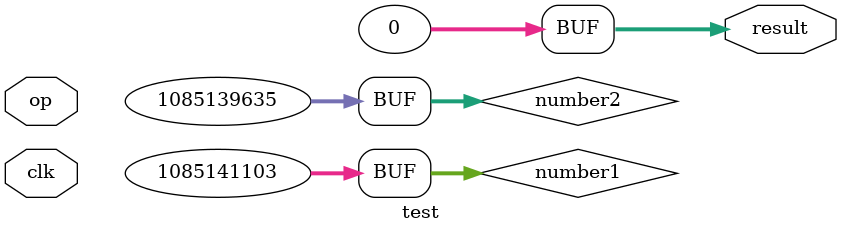
<source format=v>
module test (clk, op, result);
    input clk;
    input op;
    output [31:0] result;

    wire [31:0] number1, number2;
    
    assign result = 0;
    assign number1 = 32'b01000000101011011111000001101111;
    assign number2 = 32'b01000000101011011110101010110011;

    IEEE_adder dut(
        .number1(number1),
        .number2(number2), 
        .op(op), 
        .clk(clk), 
        .result(result));
    
endmodule
</source>
